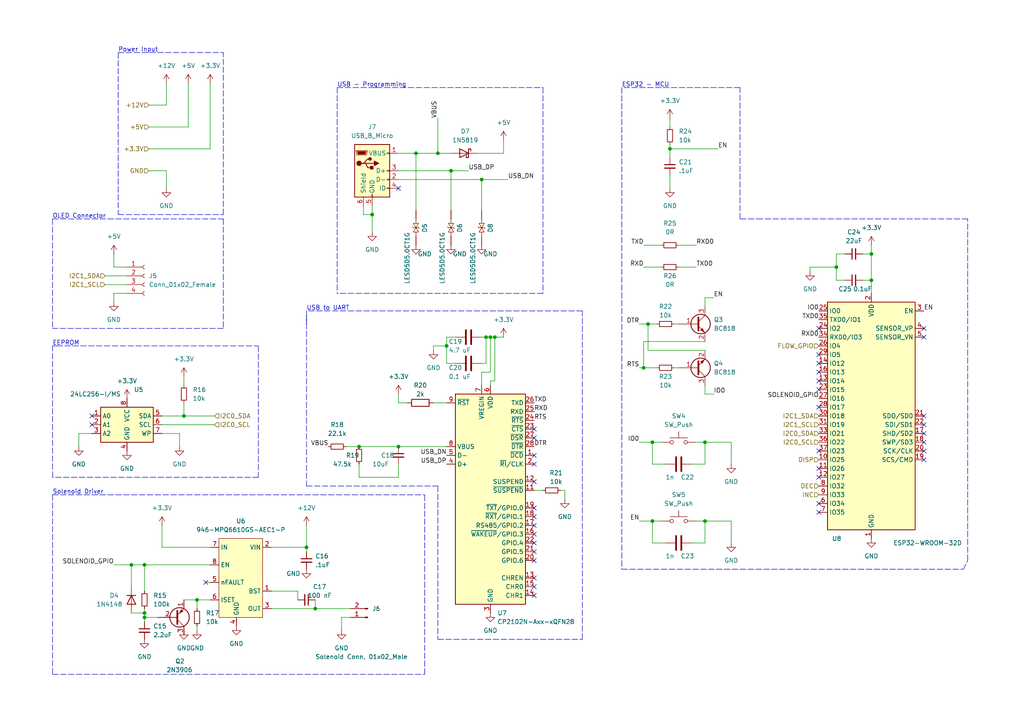
<source format=kicad_sch>
(kicad_sch (version 20211123) (generator eeschema)
  (paper "A4")
  (title_block (title "MCU Subsystem") (date "2022-10-12") (company "Team 51 - Kool Keg") (comment 1 "By: Mitch Morris"))
  (lib_symbols
    (symbol "Connector:Conn_01x02_Male" (pin_names (offset 1.016) hide)
      (property "Reference" "J" (at 0 2.54 0))
      (property "Value" "Conn_01x02_Male" (at 0 -5.08 0))
      (symbol "Conn_01x02_Male_1_1"
        (polyline (pts (xy 1.27 -2.54) (xy 0.8636 -2.54)) (stroke (width 0.1524)))
        (polyline (pts (xy 1.27 0) (xy 0.8636 0)) (stroke (width 0.1524)))
        (rectangle (start 0.8636 -2.413) (end 0 -2.667) (stroke (width 0.1524)) (fill (type outline)))
        (rectangle (start 0.8636 0.127) (end 0 -0.127) (stroke (width 0.1524)) (fill (type outline)))
        (pin passive line (at 5.08 0 180) (length 3.81) (name "Pin_1") (number "1"))
        (pin passive line (at 5.08 -2.54 180) (length 3.81) (name "Pin_2") (number "2"))
      )
    )
    (symbol "Connector:Conn_01x04_Female" (pin_names (offset 1.016) hide)
      (property "Reference" "J" (at 0 5.08 0))
      (property "Value" "Conn_01x04_Female" (at 0 -7.62 0))
      (symbol "Conn_01x04_Female_1_1"
        (arc (start 0 -4.572) (mid -0.508 -5.08) (end 0 -5.588) (stroke (width 0.1524)))
        (arc (start 0 -2.032) (mid -0.508 -2.54) (end 0 -3.048) (stroke (width 0.1524)))
        (polyline (pts (xy -1.27 -5.08) (xy -0.508 -5.08)) (stroke (width 0.1524)))
        (polyline (pts (xy -1.27 -2.54) (xy -0.508 -2.54)) (stroke (width 0.1524)))
        (polyline (pts (xy -1.27 0) (xy -0.508 0)) (stroke (width 0.1524)))
        (polyline (pts (xy -1.27 2.54) (xy -0.508 2.54)) (stroke (width 0.1524)))
        (arc (start 0 0.508) (mid -0.508 0) (end 0 -0.508) (stroke (width 0.1524)))
        (arc (start 0 3.048) (mid -0.508 2.54) (end 0 2.032) (stroke (width 0.1524)))
        (pin passive line (at -5.08 2.54 0) (length 3.81) (name "Pin_1") (number "1"))
        (pin passive line (at -5.08 0 0) (length 3.81) (name "Pin_2") (number "2"))
        (pin passive line (at -5.08 -2.54 0) (length 3.81) (name "Pin_3") (number "3"))
        (pin passive line (at -5.08 -5.08 0) (length 3.81) (name "Pin_4") (number "4"))
      )
    )
    (symbol "Connector:USB_B_Micro" (pin_names (offset 1.016))
      (property "Reference" "J" (at -5.08 11.43 0))
      (property "Value" "USB_B_Micro" (at -5.08 8.89 0))
      (symbol "USB_B_Micro_0_1"
        (rectangle (start -5.08 -7.62) (end 5.08 7.62) (stroke (width 0.254)) (fill (type background)))
        (circle (center -3.81 2.159) (radius 0.635) (stroke (width 0.254)) (fill (type outline)))
        (circle (center -0.635 3.429) (radius 0.381) (stroke (width 0.254)) (fill (type outline)))
        (rectangle (start -0.127 -7.62) (end 0.127 -6.858))
        (polyline (pts (xy -1.905 2.159) (xy 0.635 2.159)) (stroke (width 0.254)))
        (polyline (pts (xy -3.175 2.159) (xy -2.54 2.159) (xy -1.27 3.429) (xy -0.635 3.429)) (stroke (width 0.254)))
        (polyline (pts (xy -2.54 2.159) (xy -1.905 2.159) (xy -1.27 0.889) (xy 0 0.889)) (stroke (width 0.254)))
        (polyline (pts (xy 0.635 2.794) (xy 0.635 1.524) (xy 1.905 2.159) (xy 0.635 2.794)) (stroke (width 0.254)) (fill (type outline)))
        (polyline (pts (xy -4.318 5.588) (xy -1.778 5.588) (xy -2.032 4.826) (xy -4.064 4.826) (xy -4.318 5.588)) (fill (type outline)))
        (polyline (pts (xy -4.699 5.842) (xy -4.699 5.588) (xy -4.445 4.826) (xy -4.445 4.572) (xy -1.651 4.572) (xy -1.651 4.826) (xy -1.397 5.588) (xy -1.397 5.842) (xy -4.699 5.842)))
        (rectangle (start 0.254 1.27) (end -0.508 0.508) (stroke (width 0.254)) (fill (type outline)))
        (rectangle (start 5.08 -5.207) (end 4.318 -4.953))
        (rectangle (start 5.08 -2.667) (end 4.318 -2.413))
        (rectangle (start 5.08 -0.127) (end 4.318 0.127))
        (rectangle (start 5.08 4.953) (end 4.318 5.207))
      )
      (symbol "USB_B_Micro_1_1"
        (pin power_out line (at 7.62 5.08 180) (length 2.54) (name "VBUS") (number "1"))
        (pin bidirectional line (at 7.62 -2.54 180) (length 2.54) (name "D-") (number "2"))
        (pin bidirectional line (at 7.62 0 180) (length 2.54) (name "D+") (number "3"))
        (pin passive line (at 7.62 -5.08 180) (length 2.54) (name "ID") (number "4"))
        (pin power_out line (at 0 -10.16 90) (length 2.54) (name "GND") (number "5"))
        (pin passive line (at -2.54 -10.16 90) (length 2.54) (name "Shield") (number "6"))
      )
    )
    (symbol "Device:C" (pin_numbers hide) (pin_names (offset 0.254))
      (property "Reference" "C" (at 0.635 2.54 0))
      (property "Value" "C" (at 0.635 -2.54 0))
      (symbol "C_0_1"
        (polyline (pts (xy -2.032 -0.762) (xy 2.032 -0.762)) (stroke (width 0.508)))
        (polyline (pts (xy -2.032 0.762) (xy 2.032 0.762)) (stroke (width 0.508)))
      )
      (symbol "C_1_1"
        (pin passive line (at 0 3.81 270) (length 2.794) (name "~") (number "1"))
        (pin passive line (at 0 -3.81 90) (length 2.794) (name "~") (number "2"))
      )
    )
    (symbol "Device:C_Small" (pin_numbers hide) (pin_names (offset 0.254) hide)
      (property "Reference" "C" (at 0.254 1.778 0))
      (property "Value" "C_Small" (at 0.254 -2.032 0))
      (symbol "C_Small_0_1"
        (polyline (pts (xy -1.524 -0.508) (xy 1.524 -0.508)) (stroke (width 0.3302)))
        (polyline (pts (xy -1.524 0.508) (xy 1.524 0.508)) (stroke (width 0.3048)))
      )
      (symbol "C_Small_1_1"
        (pin passive line (at 0 2.54 270) (length 2.032) (name "~") (number "1"))
        (pin passive line (at 0 -2.54 90) (length 2.032) (name "~") (number "2"))
      )
    )
    (symbol "Device:R" (pin_numbers hide) (pin_names (offset 0))
      (property "Reference" "R" (at 2.032 0 90))
      (property "Value" "R" (at 0 0 90))
      (symbol "R_0_1"
        (rectangle (start -1.016 -2.54) (end 1.016 2.54) (stroke (width 0.254)))
      )
      (symbol "R_1_1"
        (pin passive line (at 0 3.81 270) (length 1.27) (name "~") (number "1"))
        (pin passive line (at 0 -3.81 90) (length 1.27) (name "~") (number "2"))
      )
    )
    (symbol "Device:R_Small" (pin_numbers hide) (pin_names (offset 0.254) hide)
      (property "Reference" "R" (at 0.762 0.508 0))
      (property "Value" "R_Small" (at 0.762 -1.016 0))
      (symbol "R_Small_0_1"
        (rectangle (start -0.762 1.778) (end 0.762 -1.778) (stroke (width 0.2032)))
      )
      (symbol "R_Small_1_1"
        (pin passive line (at 0 2.54 270) (length 0.762) (name "~") (number "1"))
        (pin passive line (at 0 -2.54 90) (length 0.762) (name "~") (number "2"))
      )
    )
    (symbol "Diode:1N4148" (pin_numbers hide) (pin_names (offset 1.016) hide)
      (property "Reference" "D" (at 0 2.54 0))
      (property "Value" "1N4148" (at 0 -2.54 0))
      (symbol "1N4148_0_1"
        (polyline (pts (xy -1.27 1.27) (xy -1.27 -1.27)) (stroke (width 0.254)))
        (polyline (pts (xy 1.27 0) (xy -1.27 0)))
        (polyline (pts (xy 1.27 1.27) (xy 1.27 -1.27) (xy -1.27 0) (xy 1.27 1.27)) (stroke (width 0.254)))
      )
      (symbol "1N4148_1_1"
        (pin passive line (at -3.81 0 0) (length 2.54) (name "K") (number "1"))
        (pin passive line (at 3.81 0 180) (length 2.54) (name "A") (number "2"))
      )
    )
    (symbol "Diode:1N5819" (pin_numbers hide) (pin_names (offset 1.016) hide)
      (property "Reference" "D" (at 0 2.54 0))
      (property "Value" "1N5819" (at 0 -2.54 0))
      (symbol "1N5819_0_1"
        (polyline (pts (xy 1.27 0) (xy -1.27 0)))
        (polyline (pts (xy 1.27 1.27) (xy 1.27 -1.27) (xy -1.27 0) (xy 1.27 1.27)) (stroke (width 0.254)))
        (polyline (pts (xy -1.905 0.635) (xy -1.905 1.27) (xy -1.27 1.27) (xy -1.27 -1.27) (xy -0.635 -1.27) (xy -0.635 -0.635)) (stroke (width 0.254)))
      )
      (symbol "1N5819_1_1"
        (pin passive line (at -3.81 0 0) (length 2.54) (name "K") (number "1"))
        (pin passive line (at 3.81 0 180) (length 2.54) (name "A") (number "2"))
      )
    )
    (symbol "Interface_USB:CP2102N-Axx-xQFN28"
      (property "Reference" "U" (at -8.89 31.75 0))
      (property "Value" "CP2102N-Axx-xQFN28" (at 12.7 31.75 0))
      (symbol "CP2102N-Axx-xQFN28_0_1"
        (rectangle (start -10.16 30.48) (end 10.16 -30.48) (stroke (width 0.254)) (fill (type background)))
      )
      (symbol "CP2102N-Axx-xQFN28_1_1"
        (pin input line (at 12.7 12.7 180) (length 2.54) (name "~{DCD}") (number "1"))
        (pin no_connect line (at -10.16 -27.94 0) (length 2.54) hide (name "NC") (number "10"))
        (pin output line (at 12.7 2.54 180) (length 2.54) (name "~{SUSPEND}") (number "11"))
        (pin output line (at 12.7 5.08 180) (length 2.54) (name "SUSPEND") (number "12"))
        (pin output line (at 12.7 -22.86 180) (length 2.54) (name "CHREN") (number "13"))
        (pin output line (at 12.7 -27.94 180) (length 2.54) (name "CHR1") (number "14"))
        (pin output line (at 12.7 -25.4 180) (length 2.54) (name "CHR0") (number "15"))
        (pin bidirectional line (at 12.7 -10.16 180) (length 2.54) (name "~{WAKEUP}/GPIO.3") (number "16"))
        (pin bidirectional line (at 12.7 -7.62 180) (length 2.54) (name "RS485/GPIO.2") (number "17"))
        (pin bidirectional line (at 12.7 -5.08 180) (length 2.54) (name "~{RXT}/GPIO.1") (number "18"))
        (pin bidirectional line (at 12.7 -2.54 180) (length 2.54) (name "~{TXT}/GPIO.0") (number "19"))
        (pin bidirectional line (at 12.7 10.16 180) (length 2.54) (name "~{RI}/CLK") (number "2"))
        (pin bidirectional line (at 12.7 -17.78 180) (length 2.54) (name "GPIO.6") (number "20"))
        (pin bidirectional line (at 12.7 -15.24 180) (length 2.54) (name "GPIO.5") (number "21"))
        (pin bidirectional line (at 12.7 -12.7 180) (length 2.54) (name "GPIO.4") (number "22"))
        (pin input line (at 12.7 20.32 180) (length 2.54) (name "~{CTS}") (number "23"))
        (pin output line (at 12.7 22.86 180) (length 2.54) (name "~{RTS}") (number "24"))
        (pin input line (at 12.7 25.4 180) (length 2.54) (name "RXD") (number "25"))
        (pin output line (at 12.7 27.94 180) (length 2.54) (name "TXD") (number "26"))
        (pin input line (at 12.7 17.78 180) (length 2.54) (name "~{DSR}") (number "27"))
        (pin output line (at 12.7 15.24 180) (length 2.54) (name "~{DTR}") (number "28"))
        (pin passive line (at 0 -33.02 90) (length 2.54) hide (name "GND") (number "29"))
        (pin power_in line (at 0 -33.02 90) (length 2.54) (name "GND") (number "3"))
        (pin bidirectional line (at -12.7 10.16 0) (length 2.54) (name "D+") (number "4"))
        (pin bidirectional line (at -12.7 12.7 0) (length 2.54) (name "D-") (number "5"))
        (pin power_in line (at 0 33.02 270) (length 2.54) (name "VDD") (number "6"))
        (pin power_in line (at -2.54 33.02 270) (length 2.54) (name "VREGIN") (number "7"))
        (pin input line (at -12.7 15.24 0) (length 2.54) (name "VBUS") (number "8"))
        (pin input line (at -12.7 27.94 0) (length 2.54) (name "~{RST}") (number "9"))
      )
    )
    (symbol "LESD5D5.0CT1G:LESD5D5.0CT1G" (pin_numbers hide) (pin_names (offset 1.016) hide)
      (property "Reference" "D" (at -5.08 2.54 0))
      (property "Value" "LESD5D5.0CT1G" (at -5.08 -5.08 0))
      (symbol "LESD5D5.0CT1G_0_0"
        (polyline (pts (xy -1.27 0) (xy -2.54 0)) (stroke (width 0.1524)))
        (polyline (pts (xy 0 -0.762) (xy -0.254 -1.016)) (stroke (width 0.1524)))
        (polyline (pts (xy 0 -0.762) (xy 0 0.762)) (stroke (width 0.1524)))
        (polyline (pts (xy 0 0.762) (xy 0.254 1.016)) (stroke (width 0.1524)))
        (polyline (pts (xy 1.27 0) (xy 2.54 0)) (stroke (width 0.1524)))
        (polyline (pts (xy 0 0) (xy -1.27 -0.762) (xy -1.27 0.762) (xy 0 0)) (stroke (width 0.1524)) (fill (type background)))
        (polyline (pts (xy 0 0) (xy 1.27 0.762) (xy 1.27 -0.762) (xy 0 0)) (stroke (width 0.1524)) (fill (type background)))
        (pin passive line (at -5.08 0 0) (length 2.54) (name "~") (number "1"))
        (pin passive line (at 5.08 0 180) (length 2.54) (name "~") (number "2"))
      )
    )
    (symbol "Memory_EEPROM:24LC256"
      (property "Reference" "U" (at -6.35 6.35 0))
      (property "Value" "24LC256" (at 1.27 6.35 0))
      (symbol "24LC256_1_1"
        (rectangle (start -7.62 5.08) (end 7.62 -5.08) (stroke (width 0.254)) (fill (type background)))
        (pin input line (at -10.16 2.54 0) (length 2.54) (name "A0") (number "1"))
        (pin input line (at -10.16 0 0) (length 2.54) (name "A1") (number "2"))
        (pin input line (at -10.16 -2.54 0) (length 2.54) (name "A2") (number "3"))
        (pin power_in line (at 0 -7.62 90) (length 2.54) (name "GND") (number "4"))
        (pin bidirectional line (at 10.16 2.54 180) (length 2.54) (name "SDA") (number "5"))
        (pin input line (at 10.16 0 180) (length 2.54) (name "SCL") (number "6"))
        (pin input line (at 10.16 -2.54 180) (length 2.54) (name "WP") (number "7"))
        (pin power_in line (at 0 7.62 270) (length 2.54) (name "VCC") (number "8"))
      )
    )
    (symbol "Motor:946-MPQ6610GS-AEC1-P"
      (property "Reference" "U6" (at -1.27 17.78 0))
      (property "Value" "946-MPQ6610GS-AEC1-P" (at -1.27 15.24 0))
      (symbol "946-MPQ6610GS-AEC1-P_0_1"
        (rectangle (start -7.62 12.7) (end 5.08 -10.16) (fill (type background)))
      )
      (symbol "946-MPQ6610GS-AEC1-P_1_1"
        (pin output line (at 7.62 -2.54 180) (length 2.54) (name "BST") (number "1"))
        (pin power_in line (at 7.62 10.16 180) (length 2.54) (name "VIN") (number "2"))
        (pin output line (at 7.62 -7.62 180) (length 2.54) (name "OUT") (number "3"))
        (pin power_in line (at -2.54 -12.7 90) (length 2.54) (name "GND") (number "4"))
        (pin open_collector line (at -10.16 0 0) (length 2.54) (name "nFAULT") (number "5"))
        (pin output line (at -10.16 -5.08 0) (length 2.54) (name "ISET") (number "6"))
        (pin input line (at -10.16 10.16 0) (length 2.54) (name "IN") (number "7"))
        (pin input line (at -10.16 5.08 0) (length 2.54) (name "EN") (number "8"))
      )
    )
    (symbol "RF_Module:ESP32-WROOM-32D"
      (property "Reference" "U" (at -12.7 34.29 0))
      (property "Value" "ESP32-WROOM-32D" (at 1.27 34.29 0))
      (symbol "ESP32-WROOM-32D_0_1"
        (rectangle (start -12.7 33.02) (end 12.7 -33.02) (stroke (width 0.254)) (fill (type background)))
      )
      (symbol "ESP32-WROOM-32D_1_1"
        (pin power_in line (at 0 -35.56 90) (length 2.54) (name "GND") (number "1"))
        (pin bidirectional line (at 15.24 -12.7 180) (length 2.54) (name "IO25") (number "10"))
        (pin bidirectional line (at 15.24 -15.24 180) (length 2.54) (name "IO26") (number "11"))
        (pin bidirectional line (at 15.24 -17.78 180) (length 2.54) (name "IO27") (number "12"))
        (pin bidirectional line (at 15.24 10.16 180) (length 2.54) (name "IO14") (number "13"))
        (pin bidirectional line (at 15.24 15.24 180) (length 2.54) (name "IO12") (number "14"))
        (pin passive line (at 0 -35.56 90) (length 2.54) hide (name "GND") (number "15"))
        (pin bidirectional line (at 15.24 12.7 180) (length 2.54) (name "IO13") (number "16"))
        (pin bidirectional line (at -15.24 -5.08 0) (length 2.54) (name "SHD/SD2") (number "17"))
        (pin bidirectional line (at -15.24 -7.62 0) (length 2.54) (name "SWP/SD3") (number "18"))
        (pin bidirectional line (at -15.24 -12.7 0) (length 2.54) (name "SCS/CMD") (number "19"))
        (pin power_in line (at 0 35.56 270) (length 2.54) (name "VDD") (number "2"))
        (pin bidirectional line (at -15.24 -10.16 0) (length 2.54) (name "SCK/CLK") (number "20"))
        (pin bidirectional line (at -15.24 0 0) (length 2.54) (name "SDO/SD0") (number "21"))
        (pin bidirectional line (at -15.24 -2.54 0) (length 2.54) (name "SDI/SD1") (number "22"))
        (pin bidirectional line (at 15.24 7.62 180) (length 2.54) (name "IO15") (number "23"))
        (pin bidirectional line (at 15.24 25.4 180) (length 2.54) (name "IO2") (number "24"))
        (pin bidirectional line (at 15.24 30.48 180) (length 2.54) (name "IO0") (number "25"))
        (pin bidirectional line (at 15.24 20.32 180) (length 2.54) (name "IO4") (number "26"))
        (pin bidirectional line (at 15.24 5.08 180) (length 2.54) (name "IO16") (number "27"))
        (pin bidirectional line (at 15.24 2.54 180) (length 2.54) (name "IO17") (number "28"))
        (pin bidirectional line (at 15.24 17.78 180) (length 2.54) (name "IO5") (number "29"))
        (pin input line (at -15.24 30.48 0) (length 2.54) (name "EN") (number "3"))
        (pin bidirectional line (at 15.24 0 180) (length 2.54) (name "IO18") (number "30"))
        (pin bidirectional line (at 15.24 -2.54 180) (length 2.54) (name "IO19") (number "31"))
        (pin no_connect line (at -12.7 -27.94 0) (length 2.54) hide (name "NC") (number "32"))
        (pin bidirectional line (at 15.24 -5.08 180) (length 2.54) (name "IO21") (number "33"))
        (pin bidirectional line (at 15.24 22.86 180) (length 2.54) (name "RXD0/IO3") (number "34"))
        (pin bidirectional line (at 15.24 27.94 180) (length 2.54) (name "TXD0/IO1") (number "35"))
        (pin bidirectional line (at 15.24 -7.62 180) (length 2.54) (name "IO22") (number "36"))
        (pin bidirectional line (at 15.24 -10.16 180) (length 2.54) (name "IO23") (number "37"))
        (pin passive line (at 0 -35.56 90) (length 2.54) hide (name "GND") (number "38"))
        (pin passive line (at 0 -35.56 90) (length 2.54) hide (name "GND") (number "39"))
        (pin input line (at -15.24 25.4 0) (length 2.54) (name "SENSOR_VP") (number "4"))
        (pin input line (at -15.24 22.86 0) (length 2.54) (name "SENSOR_VN") (number "5"))
        (pin input line (at 15.24 -25.4 180) (length 2.54) (name "IO34") (number "6"))
        (pin input line (at 15.24 -27.94 180) (length 2.54) (name "IO35") (number "7"))
        (pin bidirectional line (at 15.24 -20.32 180) (length 2.54) (name "IO32") (number "8"))
        (pin bidirectional line (at 15.24 -22.86 180) (length 2.54) (name "IO33") (number "9"))
      )
    )
    (symbol "Switch:SW_Push" (pin_numbers hide) (pin_names (offset 1.016) hide)
      (property "Reference" "SW" (at 1.27 2.54 0))
      (property "Value" "SW_Push" (at 0 -1.524 0))
      (symbol "SW_Push_0_1"
        (circle (center -2.032 0) (radius 0.508))
        (polyline (pts (xy 0 1.27) (xy 0 3.048)))
        (polyline (pts (xy 2.54 1.27) (xy -2.54 1.27)))
        (circle (center 2.032 0) (radius 0.508))
        (pin passive line (at -5.08 0 0) (length 2.54) (name "1") (number "1"))
        (pin passive line (at 5.08 0 180) (length 2.54) (name "2") (number "2"))
      )
    )
    (symbol "Transistor_BJT:2N3906" (pin_names (offset 0) hide)
      (property "Reference" "Q" (at 5.08 1.905 0))
      (property "Value" "2N3906" (at 5.08 0 0))
      (symbol "2N3906_0_1"
        (polyline (pts (xy 0.635 0.635) (xy 2.54 2.54)))
        (polyline (pts (xy 0.635 -0.635) (xy 2.54 -2.54) (xy 2.54 -2.54)))
        (polyline (pts (xy 0.635 1.905) (xy 0.635 -1.905) (xy 0.635 -1.905)) (stroke (width 0.508)))
        (polyline (pts (xy 2.286 -1.778) (xy 1.778 -2.286) (xy 1.27 -1.27) (xy 2.286 -1.778) (xy 2.286 -1.778)) (fill (type outline)))
        (circle (center 1.27 0) (radius 2.8194) (stroke (width 0.254)))
      )
      (symbol "2N3906_1_1"
        (pin passive line (at 2.54 -5.08 90) (length 2.54) (name "E") (number "1"))
        (pin input line (at -5.08 0 0) (length 5.715) (name "B") (number "2"))
        (pin passive line (at 2.54 5.08 270) (length 2.54) (name "C") (number "3"))
      )
    )
    (symbol "Transistor_BJT:BC818" (pin_names (offset 0) hide)
      (property "Reference" "Q" (at 5.08 1.905 0))
      (property "Value" "BC818" (at 5.08 0 0))
      (symbol "BC818_0_1"
        (polyline (pts (xy 0.635 0.635) (xy 2.54 2.54)))
        (polyline (pts (xy 0.635 -0.635) (xy 2.54 -2.54) (xy 2.54 -2.54)))
        (polyline (pts (xy 0.635 1.905) (xy 0.635 -1.905) (xy 0.635 -1.905)) (stroke (width 0.508)))
        (polyline (pts (xy 1.27 -1.778) (xy 1.778 -1.27) (xy 2.286 -2.286) (xy 1.27 -1.778) (xy 1.27 -1.778)) (fill (type outline)))
        (circle (center 1.27 0) (radius 2.8194) (stroke (width 0.254)))
      )
      (symbol "BC818_1_1"
        (pin input line (at -5.08 0 0) (length 5.715) (name "B") (number "1"))
        (pin passive line (at 2.54 -5.08 90) (length 2.54) (name "E") (number "2"))
        (pin passive line (at 2.54 5.08 270) (length 2.54) (name "C") (number "3"))
      )
    )
    (symbol "power:+12V" (power) (pin_names (offset 0))
      (property "Value" "+12V" (at 0 3.556 0))
      (symbol "+12V_0_1"
        (polyline (pts (xy -0.762 1.27) (xy 0 2.54)))
        (polyline (pts (xy 0 0) (xy 0 2.54)))
        (polyline (pts (xy 0 2.54) (xy 0.762 1.27)))
      )
      (symbol "+12V_1_1"
        (pin power_in line (at 0 0 90) (length 0) hide (name "+12V") (number "1"))
      )
    )
    (symbol "power:+3.3V" (power) (pin_names (offset 0))
      (property "Value" "+3.3V" (at 0 3.556 0))
      (symbol "+3.3V_0_1"
        (polyline (pts (xy -0.762 1.27) (xy 0 2.54)))
        (polyline (pts (xy 0 0) (xy 0 2.54)))
        (polyline (pts (xy 0 2.54) (xy 0.762 1.27)))
      )
      (symbol "+3.3V_1_1"
        (pin power_in line (at 0 0 90) (length 0) hide (name "+3.3V") (number "1"))
      )
    )
    (symbol "power:+5V" (power) (pin_names (offset 0))
      (property "Value" "+5V" (at 0 3.556 0))
      (symbol "+5V_0_1"
        (polyline (pts (xy -0.762 1.27) (xy 0 2.54)))
        (polyline (pts (xy 0 0) (xy 0 2.54)))
        (polyline (pts (xy 0 2.54) (xy 0.762 1.27)))
      )
      (symbol "+5V_1_1"
        (pin power_in line (at 0 0 90) (length 0) hide (name "+5V") (number "1"))
      )
    )
    (symbol "power:GND" (power) (pin_names (offset 0))
      (property "Value" "GND" (at 0 -3.81 0))
      (symbol "GND_0_1"
        (polyline (pts (xy 0 0) (xy 0 -1.27) (xy 1.27 -1.27) (xy 0 -2.54) (xy -1.27 -1.27) (xy 0 -1.27)))
      )
      (symbol "GND_1_1"
        (pin power_in line (at 0 0 270) (length 0) hide (name "GND") (number "1"))
      )
    )
  )
  (junction (at 120.65 44.45))
  (junction (at 88.9 158.75))
  (junction (at 140.97 97.79))
  (junction (at 143.51 97.79))
  (junction (at 189.23 151.13))
  (junction (at 187.96 93.98))
  (junction (at 107.95 62.23))
  (junction (at 127 44.45))
  (junction (at 142.24 97.79))
  (junction (at 252.73 81.28))
  (junction (at 38.1 163.83))
  (junction (at 129.54 100.33))
  (junction (at 139.7 52.07))
  (junction (at 204.47 151.13))
  (junction (at 242.57 77.47))
  (junction (at 189.23 128.27))
  (junction (at 252.73 73.66))
  (junction (at 104.14 129.54))
  (junction (at 91.44 176.53))
  (junction (at 115.57 129.54))
  (junction (at 186.69 106.68))
  (junction (at 41.91 163.83))
  (junction (at 41.91 177.8))
  (junction (at 41.91 179.07))
  (junction (at 204.47 128.27))
  (junction (at 194.31 43.18))
  (junction (at 130.81 49.53))
  (junction (at 57.15 173.99))
  (junction (at 53.34 120.65))
  (no_connect (at 154.94 124.46))
  (no_connect (at 237.49 110.49))
  (no_connect (at 237.49 102.87))
  (no_connect (at 267.97 97.79))
  (no_connect (at 237.49 135.89))
  (no_connect (at 267.97 133.35))
  (no_connect (at 237.49 138.43))
  (no_connect (at 154.94 139.7))
  (no_connect (at 267.97 128.27))
  (no_connect (at 237.49 113.03))
  (no_connect (at 237.49 148.59))
  (no_connect (at 154.94 132.08))
  (no_connect (at 237.49 146.05))
  (no_connect (at 154.94 152.4))
  (no_connect (at 115.57 54.61))
  (no_connect (at 237.49 95.25))
  (no_connect (at 154.94 160.02))
  (no_connect (at 154.94 147.32))
  (no_connect (at 267.97 95.25))
  (no_connect (at 26.67 120.65))
  (no_connect (at 154.94 149.86))
  (no_connect (at 154.94 172.72))
  (no_connect (at 59.69 168.91))
  (no_connect (at 26.67 123.19))
  (no_connect (at 154.94 154.94))
  (no_connect (at 237.49 130.81))
  (no_connect (at 154.94 167.64))
  (no_connect (at 267.97 123.19))
  (no_connect (at 154.94 157.48))
  (no_connect (at 154.94 162.56))
  (no_connect (at 267.97 130.81))
  (no_connect (at 154.94 127))
  (no_connect (at 237.49 118.11))
  (no_connect (at 237.49 105.41))
  (no_connect (at 154.94 170.18))
  (no_connect (at 154.94 134.62))
  (no_connect (at 237.49 107.95))
  (no_connect (at 267.97 125.73))
  (no_connect (at 267.97 120.65))
  (wire (pts (xy 139.7 97.79) (xy 140.97 97.79)))
  (wire (pts (xy 201.93 128.27) (xy 204.47 128.27)))
  (wire (pts (xy 204.47 86.36) (xy 207.01 86.36)))
  (wire (pts (xy 194.31 43.18) (xy 208.28 43.18)))
  (wire (pts (xy 129.54 100.33) (xy 125.73 100.33)))
  (wire (pts (xy 193.04 157.48) (xy 189.23 157.48)))
  (polyline (pts (xy 157.48 85.09) (xy 97.79 85.09)))
  (wire (pts (xy 189.23 151.13) (xy 191.77 151.13)))
  (polyline (pts (xy 168.91 185.42) (xy 168.91 90.17)))
  (wire (pts (xy 139.7 52.07) (xy 139.7 60.96)))
  (wire (pts (xy 88.9 158.75) (xy 88.9 160.02)))
  (wire (pts (xy 41.91 179.07) (xy 41.91 180.34)))
  (wire (pts (xy 212.09 151.13) (xy 212.09 157.48)))
  (polyline (pts (xy 157.48 25.4) (xy 157.48 85.09)))
  (wire (pts (xy 46.99 123.19) (xy 62.23 123.19)))
  (wire (pts (xy 127 34.29) (xy 127 44.45)))
  (polyline (pts (xy 214.63 25.4) (xy 180.34 25.4)))
  (polyline (pts (xy 15.24 138.43) (xy 15.24 100.33)))
  (wire (pts (xy 187.96 101.6) (xy 204.47 101.6)))
  (wire (pts (xy 252.73 85.09) (xy 252.73 81.28)))
  (wire (pts (xy 115.57 114.3) (xy 115.57 116.84)))
  (wire (pts (xy 142.24 97.79) (xy 142.24 107.95)))
  (wire (pts (xy 46.99 152.4) (xy 46.99 158.75)))
  (wire (pts (xy 194.31 41.91) (xy 194.31 43.18)))
  (wire (pts (xy 189.23 128.27) (xy 191.77 128.27)))
  (wire (pts (xy 41.91 177.8) (xy 41.91 179.07)))
  (wire (pts (xy 46.99 125.73) (xy 52.07 125.73)))
  (polyline (pts (xy 97.79 25.4) (xy 157.48 25.4)))
  (polyline (pts (xy 15.24 143.51) (xy 123.19 143.51)))
  (wire (pts (xy 107.95 62.23) (xy 105.41 62.23)))
  (wire (pts (xy 146.05 40.64) (xy 146.05 44.45)))
  (polyline (pts (xy 34.29 15.24) (xy 64.77 15.24)))
  (wire (pts (xy 200.66 134.62) (xy 204.47 134.62)))
  (wire (pts (xy 54.61 36.83) (xy 54.61 24.13)))
  (wire (pts (xy 204.47 128.27) (xy 212.09 128.27)))
  (wire (pts (xy 57.15 173.99) (xy 57.15 176.53)))
  (wire (pts (xy 127 44.45) (xy 130.81 44.45)))
  (wire (pts (xy 88.9 152.4) (xy 88.9 158.75)))
  (polyline (pts (xy 15.24 63.5) (xy 64.77 63.5)))
  (polyline (pts (xy 64.77 95.25) (xy 15.24 95.25)))
  (wire (pts (xy 125.73 100.33) (xy 125.73 101.6)))
  (wire (pts (xy 53.34 116.84) (xy 53.34 120.65)))
  (wire (pts (xy 245.11 73.66) (xy 242.57 73.66)))
  (polyline (pts (xy 74.93 138.43) (xy 15.24 138.43)))
  (polyline (pts (xy 64.77 62.23) (xy 64.77 15.24)))
  (wire (pts (xy 33.02 163.83) (xy 38.1 163.83)))
  (polyline (pts (xy 34.29 62.23) (xy 64.77 62.23)))
  (wire (pts (xy 38.1 177.8) (xy 41.91 177.8)))
  (polyline (pts (xy 123.19 195.58) (xy 123.19 143.51)))
  (polyline (pts (xy 279.4 165.1) (xy 280.67 162.56)))
  (wire (pts (xy 129.54 100.33) (xy 129.54 105.41)))
  (wire (pts (xy 30.48 82.55) (xy 36.83 82.55)))
  (polyline (pts (xy 15.24 100.33) (xy 16.51 100.33)))
  (wire (pts (xy 118.11 116.84) (xy 115.57 116.84)))
  (wire (pts (xy 242.57 77.47) (xy 234.95 77.47)))
  (polyline (pts (xy 127 185.42) (xy 168.91 185.42)))
  (wire (pts (xy 185.42 151.13) (xy 189.23 151.13)))
  (wire (pts (xy 204.47 151.13) (xy 212.09 151.13)))
  (wire (pts (xy 115.57 52.07) (xy 139.7 52.07)))
  (wire (pts (xy 129.54 97.79) (xy 129.54 100.33)))
  (wire (pts (xy 115.57 129.54) (xy 129.54 129.54)))
  (wire (pts (xy 143.51 97.79) (xy 143.51 110.49)))
  (wire (pts (xy 107.95 59.69) (xy 107.95 62.23)))
  (wire (pts (xy 115.57 134.62) (xy 115.57 138.43)))
  (wire (pts (xy 129.54 105.41) (xy 132.08 105.41)))
  (wire (pts (xy 140.97 105.41) (xy 140.97 97.79)))
  (wire (pts (xy 130.81 49.53) (xy 135.89 49.53)))
  (wire (pts (xy 100.33 129.54) (xy 104.14 129.54)))
  (wire (pts (xy 186.69 99.06) (xy 186.69 106.68)))
  (wire (pts (xy 186.69 77.47) (xy 191.77 77.47)))
  (polyline (pts (xy 64.77 63.5) (xy 64.77 95.25)))
  (wire (pts (xy 187.96 93.98) (xy 190.5 93.98)))
  (wire (pts (xy 138.43 44.45) (xy 146.05 44.45)))
  (polyline (pts (xy 88.9 91.44) (xy 88.9 140.97)))
  (polyline (pts (xy 15.24 63.5) (xy 15.24 95.25)))
  (wire (pts (xy 30.48 80.01) (xy 36.83 80.01)))
  (wire (pts (xy 78.74 158.75) (xy 88.9 158.75)))
  (wire (pts (xy 78.74 171.45) (xy 86.36 171.45)))
  (wire (pts (xy 41.91 179.07) (xy 45.72 179.07)))
  (wire (pts (xy 36.83 77.47) (xy 33.02 77.47)))
  (wire (pts (xy 115.57 49.53) (xy 130.81 49.53)))
  (wire (pts (xy 195.58 106.68) (xy 196.85 106.68)))
  (wire (pts (xy 250.19 73.66) (xy 252.73 73.66)))
  (wire (pts (xy 185.42 106.68) (xy 186.69 106.68)))
  (polyline (pts (xy 74.93 100.33) (xy 74.93 138.43)))
  (wire (pts (xy 204.47 114.3) (xy 207.01 114.3)))
  (wire (pts (xy 200.66 157.48) (xy 204.47 157.48)))
  (wire (pts (xy 43.18 30.48) (xy 48.26 30.48)))
  (wire (pts (xy 140.97 97.79) (xy 142.24 97.79)))
  (wire (pts (xy 36.83 85.09) (xy 33.02 85.09)))
  (wire (pts (xy 91.44 173.99) (xy 91.44 176.53)))
  (wire (pts (xy 186.69 106.68) (xy 190.5 106.68)))
  (wire (pts (xy 41.91 163.83) (xy 41.91 171.45)))
  (wire (pts (xy 212.09 128.27) (xy 212.09 134.62)))
  (wire (pts (xy 250.19 81.28) (xy 252.73 81.28)))
  (wire (pts (xy 194.31 43.18) (xy 194.31 45.72)))
  (wire (pts (xy 154.94 142.24) (xy 157.48 142.24)))
  (wire (pts (xy 142.24 111.76) (xy 142.24 110.49)))
  (wire (pts (xy 189.23 151.13) (xy 189.23 157.48)))
  (wire (pts (xy 204.47 88.9) (xy 204.47 86.36)))
  (wire (pts (xy 43.18 49.53) (xy 48.26 49.53)))
  (wire (pts (xy 204.47 111.76) (xy 204.47 114.3)))
  (wire (pts (xy 185.42 128.27) (xy 189.23 128.27)))
  (polyline (pts (xy 280.67 63.5) (xy 220.98 63.5)))
  (wire (pts (xy 53.34 109.22) (xy 53.34 111.76)))
  (wire (pts (xy 104.14 134.62) (xy 104.14 138.43)))
  (wire (pts (xy 204.47 151.13) (xy 204.47 157.48)))
  (wire (pts (xy 204.47 99.06) (xy 186.69 99.06)))
  (wire (pts (xy 193.04 134.62) (xy 189.23 134.62)))
  (polyline (pts (xy 88.9 140.97) (xy 127 140.97)))
  (polyline (pts (xy 180.34 165.1) (xy 279.4 165.1)))
  (polyline (pts (xy 180.34 25.4) (xy 180.34 165.1)))
  (wire (pts (xy 33.02 73.66) (xy 33.02 77.47)))
  (wire (pts (xy 48.26 49.53) (xy 48.26 54.61)))
  (polyline (pts (xy 88.9 90.17) (xy 88.9 93.98)))
  (wire (pts (xy 242.57 73.66) (xy 242.57 77.47)))
  (wire (pts (xy 52.07 125.73) (xy 52.07 129.54)))
  (wire (pts (xy 57.15 173.99) (xy 60.96 173.99)))
  (wire (pts (xy 91.44 176.53) (xy 101.6 176.53)))
  (wire (pts (xy 196.85 77.47) (xy 201.93 77.47)))
  (wire (pts (xy 53.34 184.15) (xy 53.34 182.88)))
  (polyline (pts (xy 16.51 100.33) (xy 74.93 100.33)))
  (polyline (pts (xy 15.24 143.51) (xy 15.24 195.58)))
  (wire (pts (xy 252.73 81.28) (xy 252.73 73.66)))
  (wire (pts (xy 132.08 97.79) (xy 129.54 97.79)))
  (wire (pts (xy 139.7 111.76) (xy 139.7 107.95)))
  (wire (pts (xy 104.14 138.43) (xy 115.57 138.43)))
  (wire (pts (xy 43.18 43.18) (xy 60.96 43.18)))
  (wire (pts (xy 48.26 30.48) (xy 48.26 24.13)))
  (wire (pts (xy 33.02 85.09) (xy 33.02 87.63)))
  (wire (pts (xy 194.31 34.29) (xy 194.31 36.83)))
  (wire (pts (xy 204.47 128.27) (xy 204.47 134.62)))
  (wire (pts (xy 104.14 129.54) (xy 115.57 129.54)))
  (wire (pts (xy 187.96 93.98) (xy 187.96 101.6)))
  (polyline (pts (xy 127 140.97) (xy 127 185.42)))
  (wire (pts (xy 252.73 71.12) (xy 252.73 73.66)))
  (wire (pts (xy 115.57 44.45) (xy 120.65 44.45)))
  (wire (pts (xy 194.31 50.8) (xy 194.31 54.61)))
  (polyline (pts (xy 34.29 15.24) (xy 34.29 62.23)))
  (wire (pts (xy 38.1 163.83) (xy 41.91 163.83)))
  (wire (pts (xy 201.93 151.13) (xy 204.47 151.13)))
  (polyline (pts (xy 220.98 63.5) (xy 214.63 63.5)))
  (wire (pts (xy 105.41 62.23) (xy 105.41 59.69)))
  (wire (pts (xy 142.24 97.79) (xy 143.51 97.79)))
  (wire (pts (xy 60.96 158.75) (xy 46.99 158.75)))
  (wire (pts (xy 234.95 77.47) (xy 234.95 78.74)))
  (wire (pts (xy 41.91 177.8) (xy 41.91 176.53)))
  (wire (pts (xy 163.83 142.24) (xy 163.83 144.78)))
  (wire (pts (xy 195.58 93.98) (xy 196.85 93.98)))
  (wire (pts (xy 43.18 36.83) (xy 54.61 36.83)))
  (wire (pts (xy 162.56 142.24) (xy 163.83 142.24)))
  (wire (pts (xy 57.15 181.61) (xy 57.15 182.88)))
  (polyline (pts (xy 168.91 90.17) (xy 88.9 90.17)))
  (polyline (pts (xy 280.67 162.56) (xy 280.67 63.5)))
  (polyline (pts (xy 97.79 25.4) (xy 97.79 85.09)))
  (wire (pts (xy 186.69 71.12) (xy 191.77 71.12)))
  (wire (pts (xy 99.06 179.07) (xy 99.06 182.88)))
  (wire (pts (xy 41.91 163.83) (xy 60.96 163.83)))
  (polyline (pts (xy 15.24 195.58) (xy 123.19 195.58)))
  (wire (pts (xy 189.23 128.27) (xy 189.23 134.62)))
  (wire (pts (xy 130.81 49.53) (xy 130.81 60.96)))
  (wire (pts (xy 53.34 173.99) (xy 57.15 173.99)))
  (wire (pts (xy 59.69 168.91) (xy 60.96 168.91)))
  (wire (pts (xy 26.67 125.73) (xy 22.86 125.73)))
  (polyline (pts (xy 214.63 63.5) (xy 214.63 25.4)))
  (wire (pts (xy 139.7 105.41) (xy 140.97 105.41)))
  (wire (pts (xy 78.74 176.53) (xy 91.44 176.53)))
  (wire (pts (xy 101.6 179.07) (xy 99.06 179.07)))
  (wire (pts (xy 60.96 43.18) (xy 60.96 24.13)))
  (wire (pts (xy 242.57 77.47) (xy 242.57 81.28)))
  (wire (pts (xy 139.7 107.95) (xy 142.24 107.95)))
  (wire (pts (xy 185.42 93.98) (xy 187.96 93.98)))
  (wire (pts (xy 86.36 171.45) (xy 86.36 173.99)))
  (wire (pts (xy 196.85 71.12) (xy 201.93 71.12)))
  (wire (pts (xy 139.7 52.07) (xy 147.32 52.07)))
  (wire (pts (xy 38.1 163.83) (xy 38.1 170.18)))
  (wire (pts (xy 53.34 120.65) (xy 46.99 120.65)))
  (wire (pts (xy 120.65 44.45) (xy 127 44.45)))
  (wire (pts (xy 242.57 81.28) (xy 245.11 81.28)))
  (wire (pts (xy 142.24 110.49) (xy 143.51 110.49)))
  (wire (pts (xy 125.73 116.84) (xy 129.54 116.84)))
  (wire (pts (xy 22.86 125.73) (xy 22.86 129.54)))
  (wire (pts (xy 120.65 44.45) (xy 120.65 60.96)))
  (wire (pts (xy 107.95 62.23) (xy 107.95 67.31)))
  (wire (pts (xy 143.51 97.79) (xy 146.05 97.79)))
  (wire (pts (xy 53.34 120.65) (xy 62.23 120.65)))
  (text "Solenoid Driver" (at 15.24 143.51 0) (effects (font (size 1.27 1.27)) (justify left bottom)))
  (text "OLED Connector" (at 15.24 63.5 0) (effects (font (size 1.27 1.27)) (justify left bottom)))
  (text "ESP32 - MCU" (at 180.34 25.4 0) (effects (font (size 1.27 1.27)) (justify left bottom)))
  (text "Power Input" (at 34.29 15.24 0) (effects (font (size 1.27 1.27)) (justify left bottom)))
  (text "USB - Programming" (at 97.79 25.4 0) (effects (font (size 1.27 1.27)) (justify left bottom)))
  (text "USB to UART" (at 88.9 90.17 0) (effects (font (size 1.27 1.27)) (justify left bottom)))
  (text "EEPROM\n" (at 15.24 100.33 0) (effects (font (size 1.27 1.27)) (justify left bottom)))
  (label "SOLENOID_GPIO" (at 237.49 115.57 180))
  (label "USB_DN" (at 147.32 52.07 0))
  (label "RXD" (at 186.69 77.47 180))
  (label "IO0" (at 185.42 128.27 180))
  (label "VBUS" (at 95.25 129.54 180))
  (label "TXD" (at 186.69 71.12 180))
  (label "RXD" (at 154.94 119.38 0))
  (label "RXD0" (at 237.49 97.79 180))
  (label "TXD0" (at 201.93 77.47 0))
  (label "IO0" (at 237.49 90.17 180))
  (label "USB_DN" (at 129.54 132.08 180))
  (label "TXD0" (at 237.49 92.71 180))
  (label "EN" (at 185.42 151.13 180))
  (label "SOLENOID_GPIO" (at 33.02 163.83 180))
  (label "IO0" (at 207.01 114.3 0))
  (label "RTS" (at 185.42 106.68 180))
  (label "EN" (at 208.28 43.18 0))
  (label "EN" (at 207.01 86.36 0))
  (label "DTR" (at 154.94 129.54 0))
  (label "DTR" (at 185.42 93.98 180))
  (label "TXD" (at 154.94 116.84 0))
  (label "USB_DP" (at 135.89 49.53 0))
  (label "RTS" (at 154.94 121.92 0))
  (label "EN" (at 267.97 90.17 0))
  (label "USB_DP" (at 129.54 134.62 180))
  (label "VBUS" (at 127 34.29 90))
  (label "RXD0" (at 201.93 71.12 0))
  (hierarchical_label "I2C1_SDA" (shape input) (at 237.49 120.65 180))
  (hierarchical_label "I2C0_SDA" (shape input) (at 62.23 120.65 0))
  (hierarchical_label "I2C0_SDA" (shape input) (at 237.49 125.73 180))
  (hierarchical_label "I2C0_SCL" (shape input) (at 237.49 128.27 180))
  (hierarchical_label "DEC" (shape input) (at 237.49 140.97 180))
  (hierarchical_label "DISP" (shape input) (at 237.49 133.35 180))
  (hierarchical_label "I2C1_SDA" (shape input) (at 30.48 80.01 180))
  (hierarchical_label "+12V" (shape input) (at 43.18 30.48 180))
  (hierarchical_label "+5V" (shape input) (at 43.18 36.83 180))
  (hierarchical_label "FLOW_GPIO" (shape input) (at 237.49 100.33 180))
  (hierarchical_label "GND" (shape input) (at 43.18 49.53 180))
  (hierarchical_label "I2C1_SCL" (shape input) (at 237.49 123.19 180))
  (hierarchical_label "I2C0_SCL" (shape input) (at 62.23 123.19 0))
  (hierarchical_label "INC" (shape input) (at 237.49 143.51 180))
  (hierarchical_label "I2C1_SCL" (shape input) (at 30.48 82.55 180))
  (hierarchical_label "+3.3V" (shape input) (at 43.18 43.18 180))
  (symbol (lib_id "Diode:1N5819") (at 134.62 44.45 0) (mirror y) (unit 1)
    (property "Reference" "D7" (at 134.9375 38.1 0))
    (property "Value" "1N5819" (at 134.9375 40.64 0))
    (property "Footprint" "Diode_SMD:D_1206_3216Metric_Pad1.42x1.75mm_HandSolder" (effects hide))
    (property "Datasheet" "http://www.vishay.com/docs/88525/1n5817.pdf" (effects hide))
  )
  (symbol (lib_id "Device:R_Small") (at 104.14 132.08 0) (unit 1)
    (property "Reference" "R19" (at 100.33 132.08 0) (effects (justify left)))
    (property "Value" "47.5k" (at 96.52 134.62 0) (effects (justify left)))
    (property "Footprint" "Resistor_SMD:R_0805_2012Metric_Pad1.20x1.40mm_HandSolder" (effects hide))
  )
  (symbol (lib_id "Device:C_Small") (at 194.31 48.26 0) (unit 1)
    (property "Reference" "C21" (at 196.85 46.9962 0) (effects (justify left)))
    (property "Value" ".1uF" (at 196.85 49.5362 0) (effects (justify left)))
    (property "Footprint" "Capacitor_SMD:C_0805_2012Metric_Pad1.18x1.45mm_HandSolder" (effects hide))
  )
  (symbol (lib_id "Device:R") (at 121.92 116.84 90) (unit 1)
    (property "Reference" "R20" (at 121.92 111.76 90))
    (property "Value" "2k" (at 121.92 114.3 90))
    (property "Footprint" "Resistor_SMD:R_0805_2012Metric_Pad1.20x1.40mm_HandSolder" (effects hide))
  )
  (symbol (lib_id "Device:R_Small") (at 194.31 77.47 90) (unit 1)
    (property "Reference" "R26" (at 194.31 80.01 90))
    (property "Value" "0R" (at 194.31 82.55 90))
    (property "Footprint" "Resistor_SMD:R_0805_2012Metric_Pad1.20x1.40mm_HandSolder" (effects hide))
  )
  (symbol (lib_id "power:+3.3V") (at 60.96 24.13 0) (unit 1)
    (property "Reference" "#PWR0171" (effects hide))
    (property "Value" "+3.3V" (at 60.96 19.05 0))
  )
  (symbol (lib_id "power:GND") (at 234.95 78.74 0) (unit 1)
    (property "Reference" "#PWR0154" (effects hide))
    (property "Value" "GND" (at 234.95 83.82 0))
  )
  (symbol (lib_id "Device:R_Small") (at 193.04 106.68 90) (unit 1)
    (property "Reference" "R23" (at 193.04 109.22 90))
    (property "Value" "10k" (at 193.04 111.76 90))
    (property "Footprint" "Resistor_SMD:R_0805_2012Metric_Pad1.20x1.40mm_HandSolder" (effects hide))
  )
  (symbol (lib_id "Transistor_BJT:2N3906") (at 50.8 179.07 0) (mirror x) (unit 1)
    (property "Reference" "Q2" (at 50.8 191.77 0) (effects (justify left)))
    (property "Value" "2N3906" (at 48.26 194.31 0) (effects (justify left)))
    (property "Footprint" "Package_TO_SOT_THT:TO-92_Inline" (effects hide))
    (property "Datasheet" "https://www.onsemi.com/pub/Collateral/2N3906-D.PDF" (effects hide))
  )
  (symbol (lib_id "power:GND") (at 88.9 165.1 0) (unit 1)
    (property "Reference" "#PWR0157" (effects hide))
    (property "Value" "GND" (at 85.09 166.37 0))
  )
  (symbol (lib_id "power:GND") (at 252.73 156.21 0) (unit 1)
    (property "Reference" "#PWR0152" (effects hide))
    (property "Value" "GND" (at 252.73 161.29 0))
  )
  (symbol (lib_id "power:GND") (at 41.91 185.42 0) (unit 1)
    (property "Reference" "#PWR0170" (effects hide))
    (property "Value" "GND" (at 41.91 190.5 0))
  )
  (symbol (lib_id "RF_Module:ESP32-WROOM-32D") (at 252.73 120.65 0) (mirror y) (unit 1)
    (property "Reference" "U8" (at 241.3 156.21 0) (effects (justify right)))
    (property "Value" "ESP32-WROOM-32D" (at 259.08 157.48 0) (effects (justify right)))
    (property "Footprint" "RF_Module:ESP32-WROOM-32" (effects hide))
    (property "Datasheet" "https://www.espressif.com/sites/default/files/documentation/esp32-wroom-32d_esp32-wroom-32u_datasheet_en.pdf" (effects hide))
  )
  (symbol (lib_id "power:GND") (at 33.02 87.63 0) (unit 1)
    (property "Reference" "#PWR0165" (effects hide))
    (property "Value" "GND" (at 33.02 92.71 0))
  )
  (symbol (lib_id "Interface_USB:CP2102N-Axx-xQFN28") (at 142.24 144.78 0) (unit 1)
    (property "Reference" "U7" (at 144.2594 177.8 0) (effects (justify left)))
    (property "Value" "CP2102N-Axx-xQFN28" (at 144.2594 180.34 0) (effects (justify left)))
    (property "Footprint" "Package_DFN_QFN:QFN-28-1EP_5x5mm_P0.5mm_EP3.35x3.35mm" (effects hide))
    (property "Datasheet" "https://www.silabs.com/documents/public/data-sheets/cp2102n-datasheet.pdf" (effects hide))
  )
  (symbol (lib_id "power:GND") (at 163.83 144.78 0) (unit 1)
    (property "Reference" "#PWR0143" (effects hide))
    (property "Value" "GND" (at 163.83 149.86 0))
  )
  (symbol (lib_id "Device:C_Small") (at 88.9 162.56 0) (unit 1)
    (property "Reference" "C16" (at 91.44 161.2962 0) (effects (justify left)))
    (property "Value" ".1uF" (at 91.44 163.8362 0) (effects (justify left)))
    (property "Footprint" "Capacitor_SMD:C_0805_2012Metric_Pad1.18x1.45mm_HandSolder" (effects hide))
  )
  (symbol (lib_id "power:GND") (at 212.09 134.62 0) (unit 1)
    (property "Reference" "#PWR0153" (effects hide))
    (property "Value" "GND" (at 212.09 139.7 0))
  )
  (symbol (lib_id "Connector:Conn_01x04_Female") (at 41.91 80.01 0) (unit 1)
    (property "Reference" "J5" (at 43.18 80.0099 0) (effects (justify left)))
    (property "Value" "Conn_01x02_Female" (at 43.18 82.5499 0) (effects (justify left)))
    (property "Footprint" "Connector_PinHeader_2.00mm:PinHeader_1x04_P2.00mm_Vertical" (effects hide))
  )
  (symbol (lib_id "LESD5D5.0CT1G:LESD5D5.0CT1G") (at 130.81 66.04 90) (unit 1)
    (property "Reference" "D6" (at 133.35 64.7699 0) (effects (justify right)))
    (property "Value" "LESD5D5.0CT1G" (at 128.27 67.31 0) (effects (justify right)))
    (property "Footprint" "Diode_SMD:D_SOD-523" (effects hide))
    (property "MAXIMUM_PACKAGE_HEIGHT" "0.7 mm" (effects hide))
    (property "STANDARD" "Manufacturer Recommendations" (effects hide))
    (property "PARTREV" "O" (effects hide))
    (property "MANUFACTURER" "LRC" (effects hide))
  )
  (symbol (lib_id "Device:C") (at 196.85 157.48 90) (unit 1)
    (property "Reference" "C23" (at 199.39 161.29 90))
    (property "Value" "1n" (at 194.31 161.29 90))
    (property "Footprint" "Capacitor_SMD:C_0805_2012Metric_Pad1.18x1.45mm_HandSolder" (effects hide))
  )
  (symbol (lib_id "power:GND") (at 36.83 130.81 0) (unit 1)
    (property "Reference" "#PWR0163" (effects hide))
    (property "Value" "GND" (at 36.83 135.89 0))
  )
  (symbol (lib_id "power:GND") (at 68.58 181.61 0) (unit 1)
    (property "Reference" "#PWR0168" (effects hide))
    (property "Value" "GND" (at 68.58 186.69 0))
  )
  (symbol (lib_id "Device:C") (at 135.89 105.41 90) (unit 1)
    (property "Reference" "C20" (at 132.08 106.68 90))
    (property "Value" "0.1 uF" (at 133.35 109.22 90))
    (property "Footprint" "Capacitor_SMD:C_0805_2012Metric_Pad1.18x1.45mm_HandSolder" (effects hide))
  )
  (symbol (lib_id "Diode:1N4148") (at 38.1 173.99 270) (unit 1)
    (property "Reference" "D4" (at 31.75 172.72 90) (effects (justify left)))
    (property "Value" "1N4148" (at 27.94 175.26 90) (effects (justify left)))
    (property "Footprint" "Diode_THT:D_DO-35_SOD27_P7.62mm_Horizontal" (effects hide))
    (property "Datasheet" "https://assets.nexperia.com/documents/data-sheet/1N4148_1N4448.pdf" (effects hide))
  )
  (symbol (lib_id "power:GND") (at 52.07 129.54 0) (unit 1)
    (property "Reference" "#PWR0164" (effects hide))
    (property "Value" "GND" (at 52.07 134.62 0))
  )
  (symbol (lib_id "power:+3.3V") (at 36.83 115.57 0) (unit 1)
    (property "Reference" "#PWR0162" (effects hide))
    (property "Value" "+3.3V" (at 36.83 110.49 0))
  )
  (symbol (lib_id "Transistor_BJT:BC818") (at 201.93 106.68 0) (mirror x) (unit 1)
    (property "Reference" "Q4" (at 207.01 105.4099 0) (effects (justify left)))
    (property "Value" "BC818" (at 207.01 107.9499 0) (effects (justify left)))
    (property "Footprint" "Package_TO_SOT_SMD:SOT-23_Handsoldering-BC808-25LT1g" (effects hide))
    (property "Datasheet" "https://www.onsemi.com/pub/Collateral/BC818-D.pdf" (effects hide))
  )
  (symbol (lib_id "Transistor_BJT:BC818") (at 201.93 93.98 0) (unit 1)
    (property "Reference" "Q3" (at 207.01 92.7099 0) (effects (justify left)))
    (property "Value" "BC818" (at 207.01 95.2499 0) (effects (justify left)))
    (property "Footprint" "Package_TO_SOT_SMD:SOT-23_Handsoldering-BC808-25LT1g" (effects hide))
    (property "Datasheet" "https://www.onsemi.com/pub/Collateral/BC818-D.pdf" (effects hide))
  )
  (symbol (lib_id "Device:C") (at 135.89 97.79 90) (unit 1)
    (property "Reference" "C19" (at 132.08 99.06 90))
    (property "Value" "4.7 uF" (at 133.35 101.6 90))
    (property "Footprint" "Capacitor_SMD:C_0805_2012Metric_Pad1.18x1.45mm_HandSolder" (effects hide))
  )
  (symbol (lib_id "power:GND") (at 53.34 182.88 0) (unit 1)
    (property "Reference" "#PWR0169" (effects hide))
    (property "Value" "GND" (at 53.34 187.96 0))
  )
  (symbol (lib_id "Device:C_Small") (at 115.57 132.08 0) (unit 1)
    (property "Reference" "C18" (at 110.49 132.08 0) (effects (justify left)))
    (property "Value" "10uF" (at 107.95 134.62 0) (effects (justify left)))
    (property "Footprint" "Capacitor_SMD:C_0805_2012Metric_Pad1.18x1.45mm_HandSolder" (effects hide))
  )
  (symbol (lib_id "power:GND") (at 139.7 71.12 0) (unit 1)
    (property "Reference" "#PWR0141" (effects hide))
    (property "Value" "GND" (at 142.24 73.66 0))
  )
  (symbol (lib_id "Device:R_Small") (at 97.79 129.54 90) (unit 1)
    (property "Reference" "R18" (at 97.79 123.19 90))
    (property "Value" "22.1k" (at 97.79 125.73 90))
    (property "Footprint" "Resistor_SMD:R_0805_2012Metric_Pad1.20x1.40mm_HandSolder" (effects hide))
  )
  (symbol (lib_id "Device:R_Small") (at 193.04 93.98 90) (unit 1)
    (property "Reference" "R22" (at 193.04 88.9 90))
    (property "Value" "10k" (at 193.04 91.44 90))
    (property "Footprint" "Resistor_SMD:R_0805_2012Metric_Pad1.20x1.40mm_HandSolder" (effects hide))
  )
  (symbol (lib_id "Memory_EEPROM:24LC256") (at 36.83 123.19 0) (unit 1)
    (property "Reference" "U5" (at 38.8494 113.03 0) (effects (justify left)))
    (property "Value" "24LC256-I/MS" (at 20.32 114.3 0) (effects (justify left)))
    (property "Footprint" "Package_SO:MSOP-8_3x3mm_P0.65mm" (effects hide))
    (property "Datasheet" "http://ww1.microchip.com/downloads/en/devicedoc/21203m.pdf" (effects hide))
  )
  (symbol (lib_id "power:+12V") (at 88.9 152.4 0) (unit 1)
    (property "Reference" "#PWR0156" (effects hide))
    (property "Value" "+12V" (at 88.9 147.32 0))
  )
  (symbol (lib_id "power:GND") (at 120.65 71.12 0) (unit 1)
    (property "Reference" "#PWR0146" (effects hide))
    (property "Value" "GND" (at 123.19 73.66 0))
  )
  (symbol (lib_id "Device:R_Small") (at 57.15 179.07 0) (unit 1)
    (property "Reference" "R17" (at 59.69 177.7999 0) (effects (justify left)))
    (property "Value" "10k" (at 59.69 180.3399 0) (effects (justify left)))
    (property "Footprint" "Resistor_SMD:R_0805_2012Metric_Pad1.20x1.40mm_HandSolder" (effects hide))
  )
  (symbol (lib_id "power:GND") (at 125.73 101.6 0) (unit 1)
    (property "Reference" "#PWR0144" (effects hide))
    (property "Value" "GND" (at 125.73 106.68 0))
  )
  (symbol (lib_id "power:GND") (at 142.24 177.8 0) (unit 1)
    (property "Reference" "#PWR0142" (effects hide))
    (property "Value" "GND" (at 142.24 182.88 0))
  )
  (symbol (lib_id "power:+3.3V") (at 115.57 114.3 0) (unit 1)
    (property "Reference" "#PWR0139" (effects hide))
    (property "Value" "+3.3V" (at 115.57 109.22 0))
  )
  (symbol (lib_id "power:GND") (at 22.86 129.54 0) (unit 1)
    (property "Reference" "#PWR0161" (effects hide))
    (property "Value" "GND" (at 22.86 134.62 0))
  )
  (symbol (lib_id "Switch:SW_Push") (at 196.85 151.13 0) (unit 1)
    (property "Reference" "SW5" (at 196.85 143.51 0))
    (property "Value" "SW_Push" (at 196.85 146.05 0))
    (property "Footprint" "Button_Switch_THT:KSA_Tactile_SPST" (effects hide))
  )
  (symbol (lib_id "Device:R_Small") (at 41.91 173.99 0) (unit 1)
    (property "Reference" "R15" (at 44.45 172.7199 0) (effects (justify left)))
    (property "Value" "100k" (at 44.45 175.2599 0) (effects (justify left)))
    (property "Footprint" "Resistor_SMD:R_0805_2012Metric_Pad1.20x1.40mm_HandSolder" (effects hide))
  )
  (symbol (lib_id "power:+3.3V") (at 194.31 34.29 0) (unit 1)
    (property "Reference" "#PWR0150" (effects hide))
    (property "Value" "+3.3V" (at 194.31 29.21 0))
  )
  (symbol (lib_id "Connector:Conn_01x02_Male") (at 106.68 179.07 180) (unit 1)
    (property "Reference" "J6" (at 107.95 176.5299 0) (effects (justify right)))
    (property "Value" "Solenoid Conn, 01x02_Male" (at 91.44 190.5 0) (effects (justify right)))
    (property "Footprint" "Connector_Molex:Molex_KK-396_A-41791-0002_1x02_P3.96mm_Vertical" (effects hide))
  )
  (symbol (lib_id "Switch:SW_Push") (at 196.85 128.27 0) (unit 1)
    (property "Reference" "SW4" (at 196.85 120.65 0))
    (property "Value" "SW_Push" (at 196.85 123.19 0))
    (property "Footprint" "Button_Switch_THT:KSA_Tactile_SPST" (effects hide))
  )
  (symbol (lib_id "Motor:946-MPQ6610GS-AEC1-P") (at 71.12 168.91 0) (unit 1)
    (property "Reference" "U6" (at 69.85 151.13 0))
    (property "Value" "946-MPQ6610GS-AEC1-P" (at 69.85 153.67 0))
    (property "Footprint" "Package_SO:SOIC-8_3.9x4.9mm_P1.27mm" (effects hide))
  )
  (symbol (lib_id "power:GND") (at 130.81 71.12 0) (unit 1)
    (property "Reference" "#PWR0147" (effects hide))
    (property "Value" "GND" (at 133.35 73.66 0))
  )
  (symbol (lib_id "power:GND") (at 212.09 157.48 0) (unit 1)
    (property "Reference" "#PWR0149" (effects hide))
    (property "Value" "GND" (at 212.09 162.56 0))
  )
  (symbol (lib_id "power:+3.3V") (at 146.05 97.79 0) (unit 1)
    (property "Reference" "#PWR0145" (effects hide))
    (property "Value" "+3.3V" (at 146.05 92.71 0))
  )
  (symbol (lib_id "Device:C_Small") (at 247.65 73.66 90) (unit 1)
    (property "Reference" "C24" (at 247.6563 67.31 90))
    (property "Value" "22uF" (at 247.6563 69.85 90))
    (property "Footprint" "Capacitor_SMD:C_0805_2012Metric_Pad1.18x1.45mm_HandSolder" (effects hide))
  )
  (symbol (lib_id "power:+5V") (at 33.02 73.66 0) (unit 1)
    (property "Reference" "#PWR0173" (effects hide))
    (property "Value" "+5V" (at 33.02 68.58 0))
  )
  (symbol (lib_id "power:+12V") (at 48.26 24.13 0) (unit 1)
    (property "Reference" "#PWR0174" (effects hide))
    (property "Value" "+12V" (at 48.26 19.05 0))
  )
  (symbol (lib_id "Device:C_Small") (at 41.91 182.88 0) (unit 1)
    (property "Reference" "C15" (at 44.45 181.6162 0) (effects (justify left)))
    (property "Value" "2.2uF" (at 44.45 184.1562 0) (effects (justify left)))
    (property "Footprint" "Capacitor_SMD:C_0805_2012Metric_Pad1.18x1.45mm_HandSolder" (effects hide))
  )
  (symbol (lib_id "LESD5D5.0CT1G:LESD5D5.0CT1G") (at 139.7 66.04 90) (unit 1)
    (property "Reference" "D8" (at 142.24 64.7699 0) (effects (justify right)))
    (property "Value" "LESD5D5.0CT1G" (at 137.16 67.31 0) (effects (justify right)))
    (property "Footprint" "Diode_SMD:D_SOD-523" (effects hide))
    (property "MAXIMUM_PACKAGE_HEIGHT" "0.7 mm" (effects hide))
    (property "STANDARD" "Manufacturer Recommendations" (effects hide))
    (property "PARTREV" "O" (effects hide))
    (property "MANUFACTURER" "LRC" (effects hide))
  )
  (symbol (lib_id "power:GND") (at 194.31 54.61 0) (unit 1)
    (property "Reference" "#PWR0151" (effects hide))
    (property "Value" "GND" (at 194.31 59.69 0))
  )
  (symbol (lib_id "Device:R_Small") (at 160.02 142.24 90) (unit 1)
    (property "Reference" "R21" (at 161.29 137.16 90))
    (property "Value" "10k" (at 161.29 139.7 90))
    (property "Footprint" "Resistor_SMD:R_0805_2012Metric_Pad1.20x1.40mm_HandSolder" (effects hide))
  )
  (symbol (lib_id "Device:R_Small") (at 53.34 114.3 0) (unit 1)
    (property "Reference" "R16" (at 55.88 113.0299 0) (effects (justify left)))
    (property "Value" "10k" (at 55.88 115.5699 0) (effects (justify left)))
    (property "Footprint" "Resistor_SMD:R_0805_2012Metric_Pad1.20x1.40mm_HandSolder" (effects hide))
  )
  (symbol (lib_id "power:+3.3V") (at 252.73 71.12 0) (unit 1)
    (property "Reference" "#PWR0155" (effects hide))
    (property "Value" "+3.3V" (at 252.73 66.04 0))
  )
  (symbol (lib_id "power:+3.3V") (at 46.99 152.4 0) (unit 1)
    (property "Reference" "#PWR0159" (effects hide))
    (property "Value" "+3.3V" (at 46.99 147.32 0))
  )
  (symbol (lib_id "power:+5V") (at 54.61 24.13 0) (unit 1)
    (property "Reference" "#PWR0172" (effects hide))
    (property "Value" "+5V" (at 54.61 19.05 0))
  )
  (symbol (lib_id "Device:C_Small") (at 88.9 173.99 270) (unit 1)
    (property "Reference" "C17" (at 92.71 170.18 90))
    (property "Value" "100 nF" (at 92.71 172.72 90))
    (property "Footprint" "Capacitor_SMD:C_0805_2012Metric_Pad1.18x1.45mm_HandSolder" (effects hide))
  )
  (symbol (lib_id "power:GND") (at 57.15 182.88 0) (unit 1)
    (property "Reference" "#PWR0167" (effects hide))
    (property "Value" "GND" (at 57.15 187.96 0))
  )
  (symbol (lib_id "LESD5D5.0CT1G:LESD5D5.0CT1G") (at 120.65 66.04 270) (unit 1)
    (property "Reference" "D5" (at 123.19 64.77 0) (effects (justify left)))
    (property "Value" "LESD5D5.0CT1G" (at 118.11 67.31 0) (effects (justify left)))
    (property "Footprint" "Diode_SMD:D_SOD-523" (effects hide))
    (property "MAXIMUM_PACKAGE_HEIGHT" "0.7 mm" (effects hide))
    (property "STANDARD" "Manufacturer Recommendations" (effects hide))
    (property "PARTREV" "O" (effects hide))
    (property "MANUFACTURER" "LRC" (effects hide))
  )
  (symbol (lib_id "Device:C") (at 196.85 134.62 90) (unit 1)
    (property "Reference" "C22" (at 199.39 138.43 90))
    (property "Value" "1n" (at 194.31 138.43 90))
    (property "Footprint" "Capacitor_SMD:C_0805_2012Metric_Pad1.18x1.45mm_HandSolder" (effects hide))
  )
  (symbol (lib_id "power:GND") (at 99.06 182.88 0) (unit 1)
    (property "Reference" "#PWR0158" (effects hide))
    (property "Value" "GND" (at 99.06 187.96 0))
  )
  (symbol (lib_id "Device:R_Small") (at 194.31 39.37 0) (unit 1)
    (property "Reference" "R24" (at 196.85 38.0999 0) (effects (justify left)))
    (property "Value" "10k" (at 196.85 40.6399 0) (effects (justify left)))
    (property "Footprint" "Resistor_SMD:R_0805_2012Metric_Pad1.20x1.40mm_HandSolder" (effects hide))
  )
  (symbol (lib_id "power:+5V") (at 146.05 40.64 0) (unit 1)
    (property "Reference" "#PWR0148" (effects hide))
    (property "Value" "+5V" (at 146.05 35.56 0))
  )
  (symbol (lib_id "Device:C_Small") (at 247.65 81.28 90) (unit 1)
    (property "Reference" "C25" (at 245.11 83.82 90))
    (property "Value" "0.1uF" (at 250.19 83.82 90))
    (property "Footprint" "Capacitor_SMD:C_0805_2012Metric_Pad1.18x1.45mm_HandSolder" (effects hide))
  )
  (symbol (lib_id "Device:R_Small") (at 194.31 71.12 90) (unit 1)
    (property "Reference" "R25" (at 194.31 64.77 90))
    (property "Value" "0R" (at 194.31 67.31 90))
    (property "Footprint" "Resistor_SMD:R_0805_2012Metric_Pad1.20x1.40mm_HandSolder" (effects hide))
  )
  (symbol (lib_id "power:GND") (at 107.95 67.31 0) (unit 1)
    (property "Reference" "#PWR0140" (effects hide))
    (property "Value" "GND" (at 107.95 72.39 0))
  )
  (symbol (lib_id "Connector:USB_B_Micro") (at 107.95 49.53 0) (unit 1)
    (property "Reference" "J7" (at 107.95 36.83 0))
    (property "Value" "USB_B_Micro" (at 107.95 39.37 0))
    (property "Footprint" "Connector_USB:USB_Micro-B_GCT_USB3076-30-A" (effects hide))
  )
  (symbol (lib_id "power:GND") (at 48.26 54.61 0) (unit 1)
    (property "Reference" "#PWR0166" (effects hide))
    (property "Value" "GND" (at 48.26 59.69 0))
  )
  (symbol (lib_id "power:+3.3V") (at 53.34 109.22 0) (unit 1)
    (property "Reference" "#PWR0160" (effects hide))
    (property "Value" "+3.3V" (at 53.34 104.14 0))
  )
)
</source>
